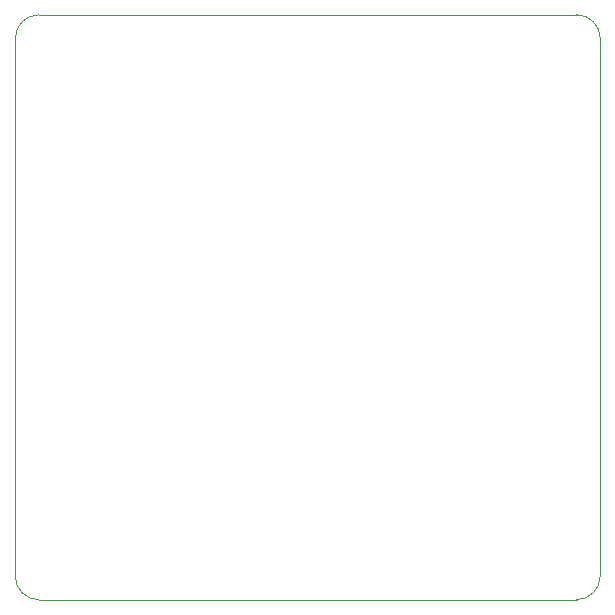
<source format=gbr>
%TF.GenerationSoftware,KiCad,Pcbnew,8.0.0-rc2-358-gd9abaa23a4*%
%TF.CreationDate,2024-02-08T19:09:12+01:00*%
%TF.ProjectId,xDuinoRail-Breakout-RailcomDetect,78447569-6e6f-4526-9169-6c2d42726561,rev?*%
%TF.SameCoordinates,Original*%
%TF.FileFunction,Profile,NP*%
%FSLAX46Y46*%
G04 Gerber Fmt 4.6, Leading zero omitted, Abs format (unit mm)*
G04 Created by KiCad (PCBNEW 8.0.0-rc2-358-gd9abaa23a4) date 2024-02-08 19:09:12*
%MOMM*%
%LPD*%
G01*
G04 APERTURE LIST*
%TA.AperFunction,Profile*%
%ADD10C,0.100000*%
%TD*%
G04 APERTURE END LIST*
D10*
X136525000Y-69310000D02*
G75*
G02*
X138525000Y-67310000I2000000J0D01*
G01*
X138525000Y-116840000D02*
G75*
G02*
X136525000Y-114840000I0J2000000D01*
G01*
X184055000Y-116840000D02*
X138525000Y-116840000D01*
X184055000Y-67310000D02*
G75*
G02*
X186055000Y-69310000I0J-2000000D01*
G01*
X186055000Y-114840000D02*
G75*
G02*
X184055000Y-116840000I-2000000J0D01*
G01*
X136525000Y-114840000D02*
X136525000Y-69310000D01*
X138525000Y-67310000D02*
X184055000Y-67310000D01*
X186055000Y-69310000D02*
X186055000Y-114840000D01*
M02*

</source>
